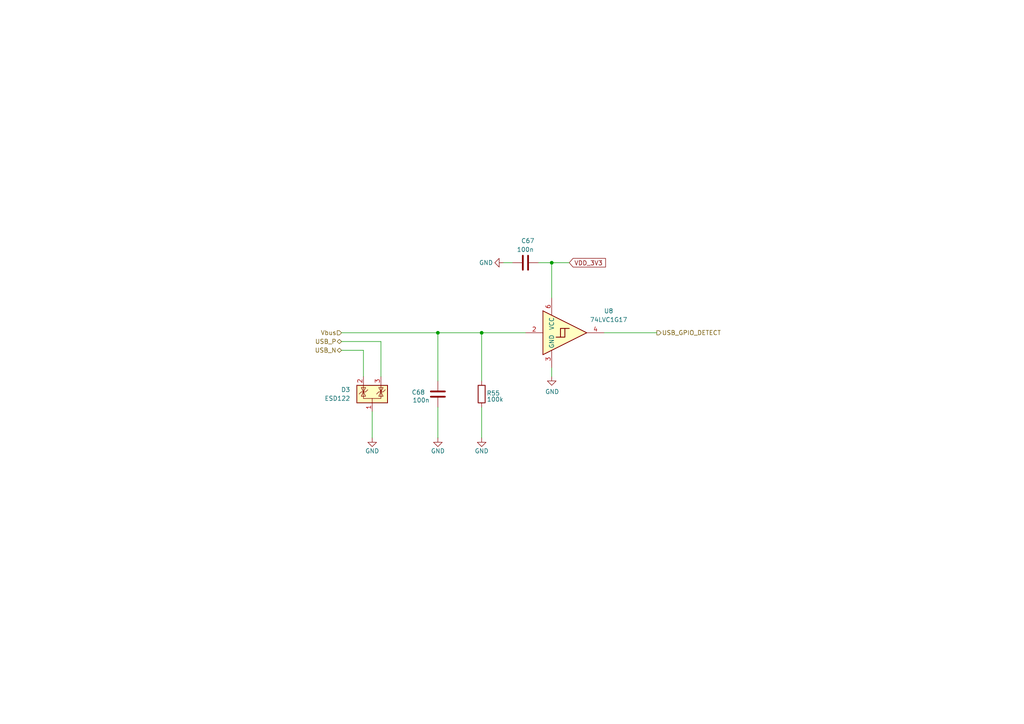
<source format=kicad_sch>
(kicad_sch (version 20231120) (generator "eeschema") (generator_version "8.0")
  (paper "A4")
  (title_block (title "Open MOtor DRiver Initiative  - Single Axis (OMODRI_SA)") (date "2025-03-07") (rev "1.0") (company "LAAS/CNRS"))
  (lib_symbols
    (symbol "Device:C" (pin_numbers hide) (pin_names (offset 0.254))
      (property "Reference" "C" (at 0.635 2.54 0))
      (property "Value" "C" (at 0.635 -2.54 0))
      (symbol "C_0_1"
        (polyline (pts (xy -2.032 -0.762) (xy 2.032 -0.762)) (stroke (width 0.508)))
        (polyline (pts (xy -2.032 0.762) (xy 2.032 0.762)) (stroke (width 0.508)))
      )
      (symbol "C_1_1"
        (pin passive line (at 0 3.81 270) (length 2.794) (name "~") (number "1"))
        (pin passive line (at 0 -3.81 90) (length 2.794) (name "~") (number "2"))
      )
    )
    (symbol "Device:R" (pin_numbers hide) (pin_names (offset 0))
      (property "Reference" "R" (at 2.032 0 90))
      (property "Value" "R" (at 0 0 90))
      (symbol "R_0_1"
        (rectangle (start -1.016 -2.54) (end 1.016 2.54) (stroke (width 0.254)))
      )
      (symbol "R_1_1"
        (pin passive line (at 0 3.81 270) (length 1.27) (name "~") (number "1"))
        (pin passive line (at 0 -3.81 90) (length 1.27) (name "~") (number "2"))
      )
    )
    (symbol "omodri_lib:74LVC1G17"
      (property "Reference" "U" (at 0 3.81 0))
      (property "Value" "74LVC1G17" (at 0 -3.81 0))
      (symbol "74LVC1G17_0_1"
        (polyline (pts (xy -7.62 6.35) (xy -7.62 -6.35) (xy 5.08 0) (xy -7.62 6.35)) (stroke (width 0.254)) (fill (type background)))
        (polyline (pts (xy -3.81 -1.27) (xy -2.54 -1.27) (xy -2.54 1.27) (xy -1.27 1.27)) (stroke (width 0.254)) (fill (type background)))
        (polyline (pts (xy -2.54 -1.27) (xy -1.27 -1.27) (xy -1.27 1.27) (xy 0 1.27)) (stroke (width 0.254)) (fill (type background)))
      )
      (symbol "74LVC1G17_1_1"
        (pin no_connect line (at -7.62 5.08 180) (length 5.08) hide (name "NC") (number "1"))
        (pin input line (at -12.7 0 0) (length 5.08) (name "~") (number "2"))
        (pin power_in line (at -5.08 -10.16 90) (length 5.08) (name "GND") (number "3"))
        (pin output line (at 10.16 0 180) (length 5.08) (name "~") (number "4"))
        (pin no_connect line (at -7.62 -5.08 180) (length 5.08) hide (name "NC") (number "5"))
        (pin power_in line (at -5.08 10.16 270) (length 5.08) (name "VCC") (number "6"))
      )
    )
    (symbol "omodri_lib:ESD122" (pin_names hide)
      (property "Reference" "D" (at 5.715 2.54 0))
      (property "Value" "ESD122" (at 5.715 0.635 0))
      (symbol "ESD122_0_1"
        (rectangle (start -4.445 2.54) (end 4.445 -2.54) (stroke (width 0.254)) (fill (type background)))
        (polyline (pts (xy -2.54 2.54) (xy -2.54 0.635)))
        (polyline (pts (xy 0 -1.27) (xy 0 -2.54)))
        (polyline (pts (xy 2.54 2.54) (xy 2.54 0.635)))
        (polyline (pts (xy -3.81 1.27) (xy -3.175 0.635) (xy -1.905 0.635) (xy -1.27 0)))
        (polyline (pts (xy -2.54 0.635) (xy -2.54 -1.27) (xy 2.54 -1.27) (xy 2.54 0.635)))
        (polyline (pts (xy -2.54 0.635) (xy -1.905 -0.635) (xy -3.175 -0.635) (xy -2.54 0.635)))
        (polyline (pts (xy 2.54 0.635) (xy 1.905 -0.635) (xy 3.175 -0.635) (xy 2.54 0.635)))
        (polyline (pts (xy 2.54 0.635) (xy 3.175 1.905) (xy 1.905 1.905) (xy 2.54 0.635)))
        (polyline (pts (xy -2.54 0.635) (xy -3.175 1.905) (xy -1.905 1.905) (xy -2.54 0.635) (xy -2.54 1.27)))
        (polyline (pts (xy 1.27 1.27) (xy 1.905 0.635) (xy 2.54 0.635) (xy 3.175 0.635) (xy 3.81 0)))
      )
      (symbol "ESD122_1_0"
        (pin passive line (at 0 -5.08 90) (length 2.54) (name "A") (number "1"))
      )
      (symbol "ESD122_1_1"
        (pin passive line (at 2.54 5.08 270) (length 2.54) (name "K") (number "2"))
        (pin passive line (at -2.54 5.08 270) (length 2.54) (name "K") (number "3"))
      )
    )
    (symbol "power:GND" (power) (pin_numbers hide) (pin_names (offset 0) hide)
      (property "Value" "GND" (at 0 -3.81 0))
      (symbol "GND_0_1"
        (polyline (pts (xy 0 0) (xy 0 -1.27) (xy 1.27 -1.27) (xy 0 -2.54) (xy -1.27 -1.27) (xy 0 -1.27)))
      )
      (symbol "GND_1_1"
        (pin power_in line (at 0 0 270) (length 0) (name "~") (number "1"))
      )
    )
  )
  (junction (at 160.02 76.2))
  (junction (at 127 96.52))
  (junction (at 139.7 96.52))
  (wire (pts (xy 156.21 76.2) (xy 160.02 76.2)))
  (wire (pts (xy 139.7 118.11) (xy 139.7 127)))
  (wire (pts (xy 110.49 99.06) (xy 99.06 99.06)))
  (wire (pts (xy 110.49 109.22) (xy 110.49 99.06)))
  (wire (pts (xy 127 96.52) (xy 127 110.49)))
  (wire (pts (xy 139.7 96.52) (xy 152.4 96.52)))
  (wire (pts (xy 146.05 76.2) (xy 148.59 76.2)))
  (wire (pts (xy 175.26 96.52) (xy 190.5 96.52)))
  (wire (pts (xy 99.06 101.6) (xy 105.41 101.6)))
  (wire (pts (xy 139.7 110.49) (xy 139.7 96.52)))
  (wire (pts (xy 107.95 127) (xy 107.95 119.38)))
  (wire (pts (xy 99.06 96.52) (xy 127 96.52)))
  (wire (pts (xy 160.02 76.2) (xy 160.02 86.36)))
  (wire (pts (xy 127 96.52) (xy 139.7 96.52)))
  (wire (pts (xy 127 118.11) (xy 127 127)))
  (wire (pts (xy 160.02 106.68) (xy 160.02 109.22)))
  (wire (pts (xy 160.02 76.2) (xy 165.1 76.2)))
  (wire (pts (xy 105.41 109.22) (xy 105.41 101.6)))
  (global_label "VDD_3V3" (shape input) (at 165.1 76.2 0) (property "Intersheetrefs" "${INTERSHEET_REFS}" (effects (hide yes))))
  (hierarchical_label "Vbus" (shape input) (at 99.06 96.52 180))
  (hierarchical_label "USB_N" (shape bidirectional) (at 99.06 101.6 180))
  (hierarchical_label "USB_GPIO_DETECT" (shape output) (at 190.5 96.52 0))
  (hierarchical_label "USB_P" (shape bidirectional) (at 99.06 99.06 180))
  (symbol (lib_id "power:GND") (at 107.95 127 0) (mirror y) (unit 1)
    (property "Reference" "#PWR095" (effects (hide yes)))
    (property "Value" "GND" (at 107.95 130.81 0))
    (property "Description" "Power symbol creates a global label with name \"GND\" , ground" (effects (hide yes)))
  )
  (symbol (lib_id "omodri_lib:ESD122") (at 107.95 114.3 0) (mirror y) (unit 1)
    (property "Reference" "D3" (at 101.6 113.0299 0) (effects (justify left)))
    (property "Value" "ESD122" (at 101.6 115.5699 0) (effects (justify left)))
    (property "Footprint" "udriver3:TI_X2SON-3_1.3x0.6mm_P1.0mm" (effects (hide yes)))
    (property "Datasheet" "https://www.ti.com/lit/ds/symlink/esd122.pdf" (effects (hide yes)))
    (property "Description" "2-Channels, 17kVESD Protection Diode, X2SON package" (effects (hide yes)))
    (property "Assembling" "SMD" (effects (hide yes)))
    (property "DigiKey" "296-47120-1-ND" (effects (hide yes)))
    (property "LCSC" "C1975871" (effects (hide yes)))
    (property "Manufacturer" "TEXAS INSTRUMENTS" (effects (hide yes)))
    (property "Mouser" "595-ESD122DMYR" (effects (hide yes)))
    (property "Part No" "ESD122DMYR" (effects (hide yes)))
    (property "Farnell" "3004225" (effects (hide yes)))
  )
  (symbol (lib_id "Device:R") (at 139.7 114.3 0) (unit 1)
    (property "Reference" "R55" (at 145.034 114.046 0) (effects (justify right)))
    (property "Value" "100k" (at 146.05 115.824 0) (effects (justify right)))
    (property "Footprint" "Resistor_SMD:R_0201_0603Metric" (effects (hide yes)))
    (property "Datasheet" "https://industrial.panasonic.com/sa/products/pt/general-purpose-chip-resistors/models/ERJ1GNF1003C" (effects (hide yes)))
    (property "Description" "0201, 100kΩ, 0.05W, ±1%, SMD  resistor" (effects (hide yes)))
    (property "DigiKey" "P122655CT-ND" (effects (hide yes)))
    (property "Farnell" "2302389" (effects (hide yes)))
    (property "Mouser" "667-ERJ-1GNF1003C" (effects (hide yes)))
    (property "Part No" "ERJ1GNF1003C" (effects (hide yes)))
    (property "RS" "179-7130" (effects (hide yes)))
    (property "LCSC" " C717003" (effects (hide yes)))
    (property "Manufacturer" "PANASONIC" (effects (hide yes)))
    (property "Assembling" "SMD" (effects (hide yes)))
  )
  (symbol (lib_id "power:GND") (at 139.7 127 0) (mirror y) (unit 1)
    (property "Reference" "#PWR0156" (effects (hide yes)))
    (property "Value" "GND" (at 139.7 130.81 0))
    (property "Description" "Power symbol creates a global label with name \"GND\" , ground" (effects (hide yes)))
  )
  (symbol (lib_id "Device:C") (at 152.4 76.2 270) (unit 1)
    (property "Reference" "C67" (at 151.13 69.85 90) (effects (justify left)))
    (property "Value" "100n" (at 149.86 72.39 90) (effects (justify left)))
    (property "Footprint" "Capacitor_SMD:C_0201_0603Metric" (effects (hide yes)))
    (property "Datasheet" "https://www.murata.com/en-eu/products/productdetail?partno=GRM033R61E104KE14%23" (effects (hide yes)))
    (property "Description" "0201, 100nf, 25V,  ±10%, X5R, SMD MLCC" (effects (hide yes)))
    (property "DigiKey" "490-12686-1-ND" (effects (hide yes)))
    (property "Farnell" "2990693" (effects (hide yes)))
    (property "Mouser" "81-GRM033R61E104KE4D" (effects (hide yes)))
    (property "Part No" "GRM033R61E104KE14D" (effects (hide yes)))
    (property "RS" "185-2066" (effects (hide yes)))
    (property "LCSC" "C76939" (effects (hide yes)))
    (property "Manufacturer" "MURATA" (effects (hide yes)))
    (property "Assembling" "SMD" (effects (hide yes)))
  )
  (symbol (lib_id "power:GND") (at 127 127 0) (mirror y) (unit 1)
    (property "Reference" "#PWR096" (effects (hide yes)))
    (property "Value" "GND" (at 127 130.81 0))
    (property "Description" "Power symbol creates a global label with name \"GND\" , ground" (effects (hide yes)))
  )
  (symbol (lib_id "Device:C") (at 127 114.3 0) (mirror x) (unit 1)
    (property "Reference" "C68" (at 119.38 113.792 0) (effects (justify left)))
    (property "Value" "100n" (at 119.634 116.078 0) (effects (justify left)))
    (property "Footprint" "Capacitor_SMD:C_0201_0603Metric" (effects (hide yes)))
    (property "Datasheet" "https://www.murata.com/en-eu/products/productdetail?partno=GRM033R61E104KE14%23" (effects (hide yes)))
    (property "Description" "0201, 100nf, 25V,  ±10%, X5R, SMD MLCC" (effects (hide yes)))
    (property "Part No" "GRM033R61E104KE14D" (effects (hide yes)))
    (property "Farnell" "2990693" (effects (hide yes)))
    (property "RS" "185-2066" (effects (hide yes)))
    (property "Mouser" "81-GRM033R61E104KE4D" (effects (hide yes)))
    (property "DigiKey" "490-12686-1-ND" (effects (hide yes)))
    (property "LCSC" "C76939" (effects (hide yes)))
    (property "Manufacturer" "MURATA" (effects (hide yes)))
    (property "Assembling" "SMD" (effects (hide yes)))
  )
  (symbol (lib_id "power:GND") (at 146.05 76.2 270) (unit 1)
    (property "Reference" "#PWR093" (effects (hide yes)))
    (property "Value" "GND" (at 140.97 76.2 90))
    (property "Description" "Power symbol creates a global label with name \"GND\" , ground" (effects (hide yes)))
  )
  (symbol (lib_id "power:GND") (at 160.02 109.22 0) (unit 1)
    (property "Reference" "#PWR094" (effects (hide yes)))
    (property "Value" "GND" (at 160.147 113.6142 0))
    (property "Description" "Power symbol creates a global label with name \"GND\" , ground" (effects (hide yes)))
  )
  (symbol (lib_id "omodri_lib:74LVC1G17") (at 165.1 96.52 0) (unit 1)
    (property "Reference" "U8" (at 176.53 90.2014 0))
    (property "Value" "74LVC1G17" (at 176.53 92.7414 0))
    (property "Footprint" "udriver3:SOT886_USON_6_1.45x1.0mm_P0.5mm" (effects (hide yes)))
    (property "Datasheet" "https://www.ti.com/lit/ds/symlink/sn74lvc1g17.pdf" (effects (hide yes)))
    (property "Description" "USON-6, Single Schmitt Buffer Gate, Low-Voltage CMOS" (effects (hide yes)))
    (property "Manufacturer" "TEXAS INSTRUMENTS" (effects (hide yes)))
    (property "Part No" "SN74LVC1G17DRYR" (effects (hide yes)))
    (property "Assembling" "SMD" (effects (hide yes)))
    (property "DigiKey" "296-21546-1-ND" (effects (hide yes)))
    (property "Farnell" "3385748" (effects (hide yes)))
    (property "LCSC" "C2675521" (effects (hide yes)))
    (property "Mouser" "595-SN74LVC1G17DRYR" (effects (hide yes)))
  )
)
</source>
